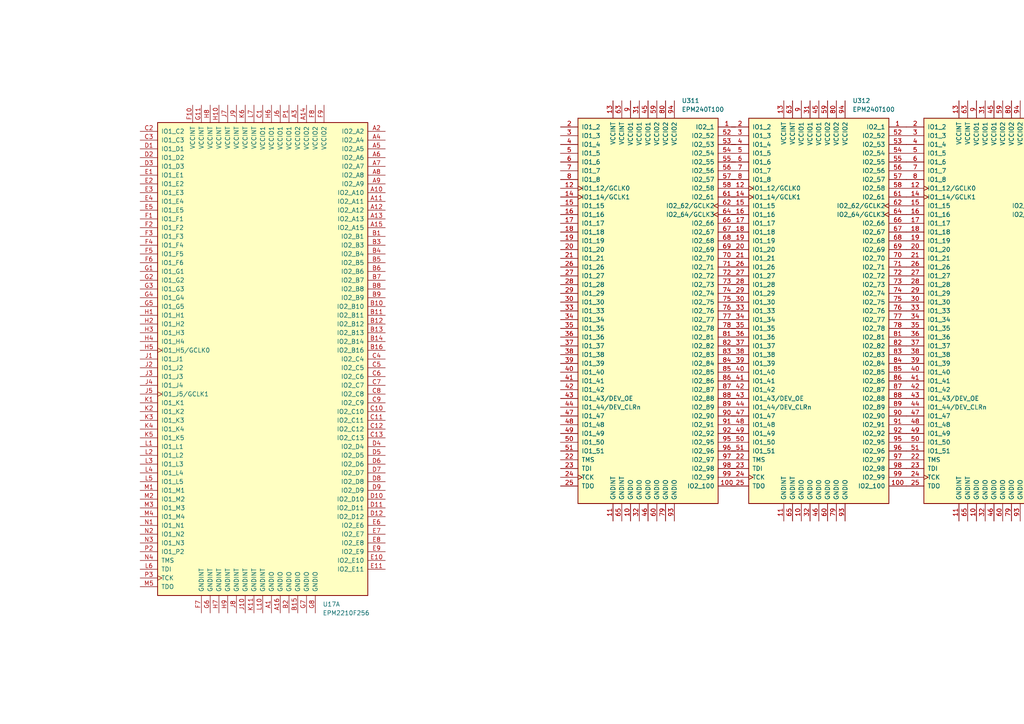
<source format=kicad_sch>
(kicad_sch (version 20250114) (generator "eeschema") (generator_version "9.0")
  (paper "A4")
  (lib_symbols
    (symbol "CPLD_Altera:EPM2210F256" (pin_names (offset 1.016))
      (property "Reference" "U" (at 20.32 69.85 0))
      (property "Value" "EPM2210F256" (at 17.78 -69.85 0))
      (symbol "EPM2210F256_1_1"
        (rectangle (start -30.48 68.58) (end 30.48 -68.58) (stroke (width 0.254)) (fill (type background)))
        (pin bidirectional line (at -35.56 66.04 0) (length 5.08) (name "IO1_C2") (number "C2"))
        (pin bidirectional line (at -35.56 63.5 0) (length 5.08) (name "IO1_C3") (number "C3"))
        (pin bidirectional line (at -35.56 60.96 0) (length 5.08) (name "IO1_D1") (number "D1"))
        (pin bidirectional line (at -35.56 58.42 0) (length 5.08) (name "IO1_D2") (number "D2"))
        (pin bidirectional line (at -35.56 55.88 0) (length 5.08) (name "IO1_D3") (number "D3"))
        (pin bidirectional line (at -35.56 53.34 0) (length 5.08) (name "IO1_E1") (number "E1"))
        (pin bidirectional line (at -35.56 50.8 0) (length 5.08) (name "IO1_E2") (number "E2"))
        (pin bidirectional line (at -35.56 48.26 0) (length 5.08) (name "IO1_E3") (number "E3"))
        (pin bidirectional line (at -35.56 45.72 0) (length 5.08) (name "IO1_E4") (number "E4"))
        (pin bidirectional line (at -35.56 43.18 0) (length 5.08) (name "IO1_E5") (number "E5"))
        (pin bidirectional line (at -35.56 40.64 0) (length 5.08) (name "IO1_F1") (number "F1"))
        (pin bidirectional line (at -35.56 38.1 0) (length 5.08) (name "IO1_F2") (number "F2"))
        (pin bidirectional line (at -35.56 35.56 0) (length 5.08) (name "IO1_F3") (number "F3"))
        (pin bidirectional line (at -35.56 33.02 0) (length 5.08) (name "IO1_F4") (number "F4"))
        (pin bidirectional line (at -35.56 30.48 0) (length 5.08) (name "IO1_F5") (number "F5"))
        (pin bidirectional line (at -35.56 27.94 0) (length 5.08) (name "IO1_F6") (number "F6"))
        (pin bidirectional line (at -35.56 25.4 0) (length 5.08) (name "IO1_G1") (number "G1"))
        (pin bidirectional line (at -35.56 22.86 0) (length 5.08) (name "IO1_G2") (number "G2"))
        (pin bidirectional line (at -35.56 20.32 0) (length 5.08) (name "IO1_G3") (number "G3"))
        (pin bidirectional line (at -35.56 17.78 0) (length 5.08) (name "IO1_G4") (number "G4"))
        (pin bidirectional line (at -35.56 15.24 0) (length 5.08) (name "IO1_G5") (number "G5"))
        (pin bidirectional line (at -35.56 12.7 0) (length 5.08) (name "IO1_H1") (number "H1"))
        (pin bidirectional line (at -35.56 10.16 0) (length 5.08) (name "IO1_H2") (number "H2"))
        (pin bidirectional line (at -35.56 7.62 0) (length 5.08) (name "IO1_H3") (number "H3"))
        (pin bidirectional line (at -35.56 5.08 0) (length 5.08) (name "IO1_H4") (number "H4"))
        (pin bidirectional clock (at -35.56 2.54 0) (length 5.08) (name "IO1_H5/GCLK0") (number "H5"))
        (pin bidirectional line (at -35.56 0 0) (length 5.08) (name "IO1_J1") (number "J1"))
        (pin bidirectional line (at -35.56 -2.54 0) (length 5.08) (name "IO1_J2") (number "J2"))
        (pin bidirectional line (at -35.56 -5.08 0) (length 5.08) (name "IO1_J3") (number "J3"))
        (pin bidirectional line (at -35.56 -7.62 0) (length 5.08) (name "IO1_J4") (number "J4"))
        (pin bidirectional clock (at -35.56 -10.16 0) (length 5.08) (name "IO1_J5/GCLK1") (number "J5"))
        (pin bidirectional line (at -35.56 -12.7 0) (length 5.08) (name "IO1_K1") (number "K1"))
        (pin bidirectional line (at -35.56 -15.24 0) (length 5.08) (name "IO1_K2") (number "K2"))
        (pin bidirectional line (at -35.56 -17.78 0) (length 5.08) (name "IO1_K3") (number "K3"))
        (pin bidirectional line (at -35.56 -20.32 0) (length 5.08) (name "IO1_K4") (number "K4"))
        (pin bidirectional line (at -35.56 -22.86 0) (length 5.08) (name "IO1_K5") (number "K5"))
        (pin bidirectional line (at -35.56 -25.4 0) (length 5.08) (name "IO1_L1") (number "L1"))
        (pin bidirectional line (at -35.56 -27.94 0) (length 5.08) (name "IO1_L2") (number "L2"))
        (pin bidirectional line (at -35.56 -30.48 0) (length 5.08) (name "IO1_L3") (number "L3"))
        (pin bidirectional line (at -35.56 -33.02 0) (length 5.08) (name "IO1_L4") (number "L4"))
        (pin bidirectional line (at -35.56 -35.56 0) (length 5.08) (name "IO1_L5") (number "L5"))
        (pin bidirectional line (at -35.56 -38.1 0) (length 5.08) (name "IO1_M1") (number "M1"))
        (pin bidirectional line (at -35.56 -40.64 0) (length 5.08) (name "IO1_M2") (number "M2"))
        (pin bidirectional line (at -35.56 -43.18 0) (length 5.08) (name "IO1_M3") (number "M3"))
        (pin bidirectional line (at -35.56 -45.72 0) (length 5.08) (name "IO1_M4") (number "M4"))
        (pin bidirectional line (at -35.56 -48.26 0) (length 5.08) (name "IO1_N1") (number "N1"))
        (pin bidirectional line (at -35.56 -50.8 0) (length 5.08) (name "IO1_N2") (number "N2"))
        (pin bidirectional line (at -35.56 -53.34 0) (length 5.08) (name "IO1_N3") (number "N3"))
        (pin bidirectional line (at -35.56 -55.88 0) (length 5.08) (name "IO1_P2") (number "P2"))
        (pin input line (at -35.56 -58.42 0) (length 5.08) (name "TMS") (number "N4"))
        (pin input line (at -35.56 -60.96 0) (length 5.08) (name "TDI") (number "L6"))
        (pin input clock (at -35.56 -63.5 0) (length 5.08) (name "TCK") (number "P3"))
        (pin output line (at -35.56 -66.04 0) (length 5.08) (name "TDO") (number "M5"))
        (pin power_in line (at -20.32 73.66 270) (length 5.08) (name "VCCINT") (number "F10"))
        (pin power_in line (at -17.78 73.66 270) (length 5.08) (name "VCCINT") (number "G11"))
        (pin power_in line (at -17.78 -73.66 90) (length 5.08) (name "GNDINT") (number "F7"))
        (pin power_in line (at -15.24 73.66 270) (length 5.08) (name "VCCINT") (number "H8"))
        (pin power_in line (at -15.24 -73.66 90) (length 5.08) (name "GNDINT") (number "G6"))
        (pin power_in line (at -12.7 73.66 270) (length 5.08) (name "VCCINT") (number "H10"))
        (pin power_in line (at -12.7 -73.66 90) (length 5.08) (name "GNDINT") (number "H7"))
        (pin power_in line (at -10.16 73.66 270) (length 5.08) (name "VCCINT") (number "J7"))
        (pin power_in line (at -10.16 -73.66 90) (length 5.08) (name "GNDINT") (number "H9"))
        (pin power_in line (at -7.62 73.66 270) (length 5.08) (name "VCCINT") (number "J9"))
        (pin power_in line (at -7.62 -73.66 90) (length 5.08) (name "GNDINT") (number "J8"))
        (pin power_in line (at -5.08 73.66 270) (length 5.08) (name "VCCINT") (number "K6"))
        (pin power_in line (at -5.08 -73.66 90) (length 5.08) (name "GNDINT") (number "J10"))
        (pin power_in line (at -2.54 73.66 270) (length 5.08) (name "VCCINT") (number "L7"))
        (pin power_in line (at -2.54 -73.66 90) (length 5.08) (name "GNDINT") (number "K11"))
        (pin power_in line (at 0 73.66 270) (length 5.08) (name "VCCIO1") (number "C1"))
        (pin power_in line (at 0 -73.66 90) (length 5.08) (name "GNDINT") (number "L10"))
        (pin power_in line (at 2.54 73.66 270) (length 5.08) (name "VCCIO1") (number "H6"))
        (pin power_in line (at 2.54 -73.66 90) (length 5.08) (name "GNDIO") (number "A1"))
        (pin power_in line (at 5.08 73.66 270) (length 5.08) (name "VCCIO1") (number "J6"))
        (pin power_in line (at 5.08 -73.66 90) (length 5.08) (name "GNDIO") (number "A16"))
        (pin power_in line (at 7.62 73.66 270) (length 5.08) (name "VCCIO1") (number "P1"))
        (pin power_in line (at 7.62 -73.66 90) (length 5.08) (name "GNDIO") (number "B2"))
        (pin power_in line (at 10.16 73.66 270) (length 5.08) (name "VCCIO2") (number "A3"))
        (pin power_in line (at 10.16 -73.66 90) (length 5.08) (name "GNDIO") (number "B15"))
        (pin power_in line (at 12.7 73.66 270) (length 5.08) (name "VCCIO2") (number "A14"))
        (pin power_in line (at 12.7 -73.66 90) (length 5.08) (name "GNDIO") (number "G7"))
        (pin power_in line (at 15.24 73.66 270) (length 5.08) (name "VCCIO2") (number "F8"))
        (pin power_in line (at 15.24 -73.66 90) (length 5.08) (name "GNDIO") (number "G8"))
        (pin power_in line (at 17.78 73.66 270) (length 5.08) (name "VCCIO2") (number "F9"))
        (pin bidirectional line (at 35.56 66.04 180) (length 5.08) (name "IO2_A2") (number "A2"))
        (pin bidirectional line (at 35.56 63.5 180) (length 5.08) (name "IO2_A4") (number "A4"))
        (pin bidirectional line (at 35.56 60.96 180) (length 5.08) (name "IO2_A5") (number "A5"))
        (pin bidirectional line (at 35.56 58.42 180) (length 5.08) (name "IO2_A6") (number "A6"))
        (pin bidirectional line (at 35.56 55.88 180) (length 5.08) (name "IO2_A7") (number "A7"))
        (pin bidirectional line (at 35.56 53.34 180) (length 5.08) (name "IO2_A8") (number "A8"))
        (pin bidirectional line (at 35.56 50.8 180) (length 5.08) (name "IO2_A9") (number "A9"))
        (pin bidirectional line (at 35.56 48.26 180) (length 5.08) (name "IO2_A10") (number "A10"))
        (pin bidirectional line (at 35.56 45.72 180) (length 5.08) (name "IO2_A11") (number "A11"))
        (pin bidirectional line (at 35.56 43.18 180) (length 5.08) (name "IO2_A12") (number "A12"))
        (pin bidirectional line (at 35.56 40.64 180) (length 5.08) (name "IO2_A13") (number "A13"))
        (pin bidirectional line (at 35.56 38.1 180) (length 5.08) (name "IO2_A15") (number "A15"))
        (pin bidirectional line (at 35.56 35.56 180) (length 5.08) (name "IO2_B1") (number "B1"))
        (pin bidirectional line (at 35.56 33.02 180) (length 5.08) (name "IO2_B3") (number "B3"))
        (pin bidirectional line (at 35.56 30.48 180) (length 5.08) (name "IO2_B4") (number "B4"))
        (pin bidirectional line (at 35.56 27.94 180) (length 5.08) (name "IO2_B5") (number "B5"))
        (pin bidirectional line (at 35.56 25.4 180) (length 5.08) (name "IO2_B6") (number "B6"))
        (pin bidirectional line (at 35.56 22.86 180) (length 5.08) (name "IO2_B7") (number "B7"))
        (pin bidirectional line (at 35.56 20.32 180) (length 5.08) (name "IO2_B8") (number "B8"))
        (pin bidirectional line (at 35.56 17.78 180) (length 5.08) (name "IO2_B9") (number "B9"))
        (pin bidirectional line (at 35.56 15.24 180) (length 5.08) (name "IO2_B10") (number "B10"))
        (pin bidirectional line (at 35.56 12.7 180) (length 5.08) (name "IO2_B11") (number "B11"))
        (pin bidirectional line (at 35.56 10.16 180) (length 5.08) (name "IO2_B12") (number "B12"))
        (pin bidirectional line (at 35.56 7.62 180) (length 5.08) (name "IO2_B13") (number "B13"))
        (pin bidirectional line (at 35.56 5.08 180) (length 5.08) (name "IO2_B14") (number "B14"))
        (pin bidirectional line (at 35.56 2.54 180) (length 5.08) (name "IO2_B16") (number "B16"))
        (pin bidirectional line (at 35.56 0 180) (length 5.08) (name "IO2_C4") (number "C4"))
        (pin bidirectional line (at 35.56 -2.54 180) (length 5.08) (name "IO2_C5") (number "C5"))
        (pin bidirectional line (at 35.56 -5.08 180) (length 5.08) (name "IO2_C6") (number "C6"))
        (pin bidirectional line (at 35.56 -7.62 180) (length 5.08) (name "IO2_C7") (number "C7"))
        (pin bidirectional line (at 35.56 -10.16 180) (length 5.08) (name "IO2_C8") (number "C8"))
        (pin bidirectional line (at 35.56 -12.7 180) (length 5.08) (name "IO2_C9") (number "C9"))
        (pin bidirectional line (at 35.56 -15.24 180) (length 5.08) (name "IO2_C10") (number "C10"))
        (pin bidirectional line (at 35.56 -17.78 180) (length 5.08) (name "IO2_C11") (number "C11"))
        (pin bidirectional line (at 35.56 -20.32 180) (length 5.08) (name "IO2_C12") (number "C12"))
        (pin bidirectional line (at 35.56 -22.86 180) (length 5.08) (name "IO2_C13") (number "C13"))
        (pin bidirectional line (at 35.56 -25.4 180) (length 5.08) (name "IO2_D4") (number "D4"))
        (pin bidirectional line (at 35.56 -27.94 180) (length 5.08) (name "IO2_D5") (number "D5"))
        (pin bidirectional line (at 35.56 -30.48 180) (length 5.08) (name "IO2_D6") (number "D6"))
        (pin bidirectional line (at 35.56 -33.02 180) (length 5.08) (name "IO2_D7") (number "D7"))
        (pin bidirectional line (at 35.56 -35.56 180) (length 5.08) (name "IO2_D8") (number "D8"))
        (pin bidirectional line (at 35.56 -38.1 180) (length 5.08) (name "IO2_D9") (number "D9"))
        (pin bidirectional line (at 35.56 -40.64 180) (length 5.08) (name "IO2_D10") (number "D10"))
        (pin bidirectional line (at 35.56 -43.18 180) (length 5.08) (name "IO2_D11") (number "D11"))
        (pin bidirectional line (at 35.56 -45.72 180) (length 5.08) (name "IO2_D12") (number "D12"))
        (pin bidirectional line (at 35.56 -48.26 180) (length 5.08) (name "IO2_E6") (number "E6"))
        (pin bidirectional line (at 35.56 -50.8 180) (length 5.08) (name "IO2_E7") (number "E7"))
        (pin bidirectional line (at 35.56 -53.34 180) (length 5.08) (name "IO2_E8") (number "E8"))
        (pin bidirectional line (at 35.56 -55.88 180) (length 5.08) (name "IO2_E9") (number "E9"))
        (pin bidirectional line (at 35.56 -58.42 180) (length 5.08) (name "IO2_E10") (number "E10"))
        (pin bidirectional line (at 35.56 -60.96 180) (length 5.08) (name "IO2_E11") (number "E11"))
      )
      (symbol "EPM2210F256_2_1"
        (rectangle (start -30.48 68.58) (end 30.48 -68.58) (stroke (width 0.254)) (fill (type background)))
        (pin bidirectional line (at -35.56 66.04 0) (length 5.08) (name "IO3_C14") (number "C14"))
        (pin bidirectional line (at -35.56 63.5 0) (length 5.08) (name "IO3_C15") (number "C15"))
        (pin bidirectional line (at -35.56 60.96 0) (length 5.08) (name "IO3_D13") (number "D13"))
        (pin bidirectional line (at -35.56 58.42 0) (length 5.08) (name "IO3_D14") (number "D14"))
        (pin bidirectional line (at -35.56 55.88 0) (length 5.08) (name "IO3_D15") (number "D15"))
        (pin bidirectional line (at -35.56 53.34 0) (length 5.08) (name "IO3_D16") (number "D16"))
        (pin bidirectional line (at -35.56 50.8 0) (length 5.08) (name "IO3_E12") (number "E12"))
        (pin bidirectional line (at -35.56 48.26 0) (length 5.08) (name "IO3_E13") (number "E13"))
        (pin bidirectional line (at -35.56 45.72 0) (length 5.08) (name "IO3_E14") (number "E14"))
        (pin bidirectional line (at -35.56 43.18 0) (length 5.08) (name "IO3_E15") (number "E15"))
        (pin bidirectional line (at -35.56 40.64 0) (length 5.08) (name "IO3_E16") (number "E16"))
        (pin bidirectional line (at -35.56 38.1 0) (length 5.08) (name "IO3_F11") (number "F11"))
        (pin bidirectional line (at -35.56 35.56 0) (length 5.08) (name "IO3_F12") (number "F12"))
        (pin bidirectional line (at -35.56 33.02 0) (length 5.08) (name "IO3_F13") (number "F13"))
        (pin bidirectional line (at -35.56 30.48 0) (length 5.08) (name "IO3_F14") (number "F14"))
        (pin bidirectional line (at -35.56 27.94 0) (length 5.08) (name "IO3_F15") (number "F15"))
        (pin bidirectional line (at -35.56 25.4 0) (length 5.08) (name "IO3_F16") (number "F16"))
        (pin bidirectional line (at -35.56 22.86 0) (length 5.08) (name "IO3_G12") (number "G12"))
        (pin bidirectional line (at -35.56 20.32 0) (length 5.08) (name "IO3_G13") (number "G13"))
        (pin bidirectional line (at -35.56 17.78 0) (length 5.08) (name "IO3_G14") (number "G14"))
        (pin bidirectional line (at -35.56 15.24 0) (length 5.08) (name "IO3_G15") (number "G15"))
        (pin bidirectional line (at -35.56 12.7 0) (length 5.08) (name "IO3_G16") (number "G16"))
        (pin bidirectional clock (at -35.56 10.16 0) (length 5.08) (name "IO3_H12/GCLK3") (number "H12"))
        (pin bidirectional line (at -35.56 7.62 0) (length 5.08) (name "IO3_H13") (number "H13"))
        (pin bidirectional line (at -35.56 5.08 0) (length 5.08) (name "IO3_H14") (number "H14"))
        (pin bidirectional line (at -35.56 2.54 0) (length 5.08) (name "IO3_H15") (number "H15"))
        (pin bidirectional line (at -35.56 0 0) (length 5.08) (name "IO3_H16") (number "H16"))
        (pin bidirectional clock (at -35.56 -2.54 0) (length 5.08) (name "IO3_J12/GCLK2") (number "J12"))
        (pin bidirectional line (at -35.56 -5.08 0) (length 5.08) (name "IO3_J13") (number "J13"))
        (pin bidirectional line (at -35.56 -7.62 0) (length 5.08) (name "IO3_J14") (number "J14"))
        (pin bidirectional line (at -35.56 -10.16 0) (length 5.08) (name "IO3_J15") (number "J15"))
        (pin bidirectional line (at -35.56 -12.7 0) (length 5.08) (name "IO3_J16") (number "J16"))
        (pin bidirectional line (at -35.56 -15.24 0) (length 5.08) (name "IO3_K12") (number "K12"))
        (pin bidirectional line (at -35.56 -17.78 0) (length 5.08) (name "IO3_K13") (number "K13"))
        (pin bidirectional line (at -35.56 -20.32 0) (length 5.08) (name "IO3_K14") (number "K14"))
        (pin bidirectional line (at -35.56 -22.86 0) (length 5.08) (name "IO3_K15") (number "K15"))
        (pin bidirectional line (at -35.56 -25.4 0) (length 5.08) (name "IO3_K16") (number "K16"))
        (pin bidirectional line (at -35.56 -27.94 0) (length 5.08) (name "IO3_L11") (number "L11"))
        (pin bidirectional line (at -35.56 -30.48 0) (length 5.08) (name "IO3_L12") (number "L12"))
        (pin bidirectional line (at -35.56 -33.02 0) (length 5.08) (name "IO3_L13") (number "L13"))
        (pin bidirectional line (at -35.56 -35.56 0) (length 5.08) (name "IO3_L14") (number "L14"))
        (pin bidirectional line (at -35.56 -38.1 0) (length 5.08) (name "IO3_L15") (number "L15"))
        (pin bidirectional line (at -35.56 -40.64 0) (length 5.08) (name "IO3_L16") (number "L16"))
        (pin bidirectional line (at -35.56 -43.18 0) (length 5.08) (name "IO3_M13") (number "M13"))
        (pin bidirectional line (at -35.56 -45.72 0) (length 5.08) (name "IO3_M14") (number "M14"))
        (pin bidirectional line (at -35.56 -48.26 0) (length 5.08) (name "IO3_M15") (number "M15"))
        (pin bidirectional line (at -35.56 -50.8 0) (length 5.08) (name "IO3_M16") (number "M16"))
        (pin bidirectional line (at -35.56 -53.34 0) (length 5.08) (name "IO3_N13") (number "N13"))
        (pin bidirectional line (at -35.56 -55.88 0) (length 5.08) (name "IO3_N14") (number "N14"))
        (pin bidirectional line (at -35.56 -58.42 0) (length 5.08) (name "IO3_N15") (number "N15"))
        (pin bidirectional line (at -35.56 -60.96 0) (length 5.08) (name "IO3_N16") (number "N16"))
        (pin bidirectional line (at -35.56 -63.5 0) (length 5.08) (name "IO3_P14") (number "P14"))
        (pin bidirectional line (at -35.56 -66.04 0) (length 5.08) (name "IO3_P15") (number "P15"))
        (pin power_in line (at -12.7 -73.66 90) (length 5.08) (name "GNDIO") (number "G9"))
        (pin power_in line (at -10.16 73.66 270) (length 5.08) (name "VCCIO3") (number "C16"))
        (pin power_in line (at -10.16 -73.66 90) (length 5.08) (name "GNDIO") (number "G10"))
        (pin power_in line (at -7.62 73.66 270) (length 5.08) (name "VCCIO3") (number "H11"))
        (pin power_in line (at -7.62 -73.66 90) (length 5.08) (name "GNDIO") (number "K7"))
        (pin power_in line (at -5.08 73.66 270) (length 5.08) (name "VCCIO3") (number "J11"))
        (pin power_in line (at -5.08 -73.66 90) (length 5.08) (name "GNDIO") (number "K8"))
        (pin power_in line (at -2.54 73.66 270) (length 5.08) (name "VCCIO3") (number "P16"))
        (pin power_in line (at -2.54 -73.66 90) (length 5.08) (name "GNDIO") (number "K9"))
        (pin power_in line (at 0 73.66 270) (length 5.08) (name "VCCIO4") (number "L8"))
        (pin power_in line (at 0 -73.66 90) (length 5.08) (name "GNDIO") (number "K10"))
        (pin power_in line (at 2.54 73.66 270) (length 5.08) (name "VCCIO4") (number "L9"))
        (pin power_in line (at 2.54 -73.66 90) (length 5.08) (name "GNDIO") (number "R2"))
        (pin power_in line (at 5.08 73.66 270) (length 5.08) (name "VCCIO4") (number "T3"))
        (pin power_in line (at 5.08 -73.66 90) (length 5.08) (name "GNDIO") (number "R15"))
        (pin power_in line (at 7.62 73.66 270) (length 5.08) (name "VCCIO4") (number "T14"))
        (pin power_in line (at 7.62 -73.66 90) (length 5.08) (name "GNDIO") (number "T1"))
        (pin power_in line (at 10.16 -73.66 90) (length 5.08) (name "GNDIO") (number "T16"))
        (pin bidirectional line (at 35.56 66.04 180) (length 5.08) (name "IO4_M6") (number "M6"))
        (pin bidirectional line (at 35.56 63.5 180) (length 5.08) (name "IO4_M7") (number "M7"))
        (pin bidirectional line (at 35.56 60.96 180) (length 5.08) (name "IO4_M8/DEV_OE") (number "M8"))
        (pin bidirectional line (at 35.56 58.42 180) (length 5.08) (name "IO4_M9/DEV_CLRn") (number "M9"))
        (pin bidirectional line (at 35.56 55.88 180) (length 5.08) (name "IO4_M10") (number "M10"))
        (pin bidirectional line (at 35.56 53.34 180) (length 5.08) (name "IO4_M11") (number "M11"))
        (pin bidirectional line (at 35.56 50.8 180) (length 5.08) (name "IO4_M12") (number "M12"))
        (pin bidirectional line (at 35.56 48.26 180) (length 5.08) (name "IO4_N5") (number "N5"))
        (pin bidirectional line (at 35.56 45.72 180) (length 5.08) (name "IO4_N6") (number "N6"))
        (pin bidirectional line (at 35.56 43.18 180) (length 5.08) (name "IO4_N7") (number "N7"))
        (pin bidirectional line (at 35.56 40.64 180) (length 5.08) (name "IO4_N8") (number "N8"))
        (pin bidirectional line (at 35.56 38.1 180) (length 5.08) (name "IO4_N9") (number "N9"))
        (pin bidirectional line (at 35.56 35.56 180) (length 5.08) (name "IO4_N10") (number "N10"))
        (pin bidirectional line (at 35.56 33.02 180) (length 5.08) (name "IO4_N11") (number "N11"))
        (pin bidirectional line (at 35.56 30.48 180) (length 5.08) (name "IO4_N12") (number "N12"))
        (pin bidirectional line (at 35.56 27.94 180) (length 5.08) (name "IO4_P4") (number "P4"))
        (pin bidirectional line (at 35.56 25.4 180) (length 5.08) (name "IO4_P5") (number "P5"))
        (pin bidirectional line (at 35.56 22.86 180) (length 5.08) (name "IO4_P6") (number "P6"))
        (pin bidirectional line (at 35.56 20.32 180) (length 5.08) (name "IO4_P7") (number "P7"))
        (pin bidirectional line (at 35.56 17.78 180) (length 5.08) (name "IO4_P8") (number "P8"))
        (pin bidirectional line (at 35.56 15.24 180) (length 5.08) (name "IO4_P9") (number "P9"))
        (pin bidirectional line (at 35.56 12.7 180) (length 5.08) (name "IO4_P10") (number "P10"))
        (pin bidirectional line (at 35.56 10.16 180) (length 5.08) (name "IO4_P11") (number "P11"))
        (pin bidirectional line (at 35.56 7.62 180) (length 5.08) (name "IO4_P12") (number "P12"))
        (pin bidirectional line (at 35.56 5.08 180) (length 5.08) (name "IO4_P13") (number "P13"))
        (pin bidirectional line (at 35.56 2.54 180) (length 5.08) (name "IO4_R1") (number "R1"))
        (pin bidirectional line (at 35.56 0 180) (length 5.08) (name "IO4_R3") (number "R3"))
        (pin bidirectional line (at 35.56 -2.54 180) (length 5.08) (name "IO4_R4") (number "R4"))
        (pin bidirectional line (at 35.56 -5.08 180) (length 5.08) (name "IO4_R5") (number "R5"))
        (pin bidirectional line (at 35.56 -7.62 180) (length 5.08) (name "IO4_R6") (number "R6"))
        (pin bidirectional line (at 35.56 -10.16 180) (length 5.08) (name "IO4_R7") (number "R7"))
        (pin bidirectional line (at 35.56 -12.7 180) (length 5.08) (name "IO4_R8") (number "R8"))
        (pin bidirectional line (at 35.56 -15.24 180) (length 5.08) (name "IO4_R9") (number "R9"))
        (pin bidirectional line (at 35.56 -17.78 180) (length 5.08) (name "IO4_R10") (number "R10"))
        (pin bidirectional line (at 35.56 -20.32 180) (length 5.08) (name "IO4_R11") (number "R11"))
        (pin bidirectional line (at 35.56 -22.86 180) (length 5.08) (name "IO4_R12") (number "R12"))
        (pin bidirectional line (at 35.56 -25.4 180) (length 5.08) (name "IO4_R13") (number "R13"))
        (pin bidirectional line (at 35.56 -27.94 180) (length 5.08) (name "IO4_R14") (number "R14"))
        (pin bidirectional line (at 35.56 -30.48 180) (length 5.08) (name "IO4_R16") (number "R16"))
        (pin bidirectional line (at 35.56 -33.02 180) (length 5.08) (name "IO4_T2") (number "T2"))
        (pin bidirectional line (at 35.56 -35.56 180) (length 5.08) (name "IO4_T4") (number "T4"))
        (pin bidirectional line (at 35.56 -38.1 180) (length 5.08) (name "IO4_T5") (number "T5"))
        (pin bidirectional line (at 35.56 -40.64 180) (length 5.08) (name "IO4_T6") (number "T6"))
        (pin bidirectional line (at 35.56 -43.18 180) (length 5.08) (name "IO4_T7") (number "T7"))
        (pin bidirectional line (at 35.56 -45.72 180) (length 5.08) (name "IO4_T8") (number "T8"))
        (pin bidirectional line (at 35.56 -48.26 180) (length 5.08) (name "IO4_T9") (number "T9"))
        (pin bidirectional line (at 35.56 -50.8 180) (length 5.08) (name "IO4_T10") (number "T10"))
        (pin bidirectional line (at 35.56 -53.34 180) (length 5.08) (name "IO4_T11") (number "T11"))
        (pin bidirectional line (at 35.56 -55.88 180) (length 5.08) (name "IO4_T12") (number "T12"))
        (pin bidirectional line (at 35.56 -58.42 180) (length 5.08) (name "IO4_T13") (number "T13"))
        (pin bidirectional line (at 35.56 -60.96 180) (length 5.08) (name "IO4_T15") (number "T15"))
      )
    )
    (symbol "CPLD_Altera:EPM240T100" (pin_names (offset 1.016))
      (property "Reference" "U" (at 10.16 57.15 0))
      (property "Value" "EPM240T100" (at 10.16 -57.15 0))
      (symbol "EPM240T100_1_1"
        (rectangle (start -20.32 55.88) (end 20.32 -55.88) (stroke (width 0.254)) (fill (type background)))
        (pin bidirectional line (at -25.4 53.34 0) (length 5.08) (name "IO1_2") (number "2"))
        (pin bidirectional line (at -25.4 50.8 0) (length 5.08) (name "IO1_3") (number "3"))
        (pin bidirectional line (at -25.4 48.26 0) (length 5.08) (name "IO1_4") (number "4"))
        (pin bidirectional line (at -25.4 45.72 0) (length 5.08) (name "IO1_5") (number "5"))
        (pin bidirectional line (at -25.4 43.18 0) (length 5.08) (name "IO1_6") (number "6"))
        (pin bidirectional line (at -25.4 40.64 0) (length 5.08) (name "IO1_7") (number "7"))
        (pin bidirectional line (at -25.4 38.1 0) (length 5.08) (name "IO1_8") (number "8"))
        (pin bidirectional clock (at -25.4 35.56 0) (length 5.08) (name "IO1_12/GCLK0") (number "12"))
        (pin bidirectional clock (at -25.4 33.02 0) (length 5.08) (name "IO1_14/GCLK1") (number "14"))
        (pin bidirectional line (at -25.4 30.48 0) (length 5.08) (name "IO1_15") (number "15"))
        (pin bidirectional line (at -25.4 27.94 0) (length 5.08) (name "IO1_16") (number "16"))
        (pin bidirectional line (at -25.4 25.4 0) (length 5.08) (name "IO1_17") (number "17"))
        (pin bidirectional line (at -25.4 22.86 0) (length 5.08) (name "IO1_18") (number "18"))
        (pin bidirectional line (at -25.4 20.32 0) (length 5.08) (name "IO1_19") (number "19"))
        (pin bidirectional line (at -25.4 17.78 0) (length 5.08) (name "IO1_20") (number "20"))
        (pin bidirectional line (at -25.4 15.24 0) (length 5.08) (name "IO1_21") (number "21"))
        (pin bidirectional line (at -25.4 12.7 0) (length 5.08) (name "IO1_26") (number "26"))
        (pin bidirectional line (at -25.4 10.16 0) (length 5.08) (name "IO1_27") (number "27"))
        (pin bidirectional line (at -25.4 7.62 0) (length 5.08) (name "IO1_28") (number "28"))
        (pin bidirectional line (at -25.4 5.08 0) (length 5.08) (name "IO1_29") (number "29"))
        (pin bidirectional line (at -25.4 2.54 0) (length 5.08) (name "IO1_30") (number "30"))
        (pin bidirectional line (at -25.4 0 0) (length 5.08) (name "IO1_33") (number "33"))
        (pin bidirectional line (at -25.4 -2.54 0) (length 5.08) (name "IO1_34") (number "34"))
        (pin bidirectional line (at -25.4 -5.08 0) (length 5.08) (name "IO1_35") (number "35"))
        (pin bidirectional line (at -25.4 -7.62 0) (length 5.08) (name "IO1_36") (number "36"))
        (pin bidirectional line (at -25.4 -10.16 0) (length 5.08) (name "IO1_37") (number "37"))
        (pin bidirectional line (at -25.4 -12.7 0) (length 5.08) (name "IO1_38") (number "38"))
        (pin bidirectional line (at -25.4 -15.24 0) (length 5.08) (name "IO1_39") (number "39"))
        (pin bidirectional line (at -25.4 -17.78 0) (length 5.08) (name "IO1_40") (number "40"))
        (pin bidirectional line (at -25.4 -20.32 0) (length 5.08) (name "IO1_41") (number "41"))
        (pin bidirectional line (at -25.4 -22.86 0) (length 5.08) (name "IO1_42") (number "42"))
        (pin bidirectional line (at -25.4 -25.4 0) (length 5.08) (name "IO1_43/DEV_OE") (number "43"))
        (pin bidirectional line (at -25.4 -27.94 0) (length 5.08) (name "IO1_44/DEV_CLRn") (number "44"))
        (pin bidirectional line (at -25.4 -30.48 0) (length 5.08) (name "IO1_47") (number "47"))
        (pin bidirectional line (at -25.4 -33.02 0) (length 5.08) (name "IO1_48") (number "48"))
        (pin bidirectional line (at -25.4 -35.56 0) (length 5.08) (name "IO1_49") (number "49"))
        (pin bidirectional line (at -25.4 -38.1 0) (length 5.08) (name "IO1_50") (number "50"))
        (pin bidirectional line (at -25.4 -40.64 0) (length 5.08) (name "IO1_51") (number "51"))
        (pin input line (at -25.4 -43.18 0) (length 5.08) (name "TMS") (number "22"))
        (pin input line (at -25.4 -45.72 0) (length 5.08) (name "TDI") (number "23"))
        (pin input clock (at -25.4 -48.26 0) (length 5.08) (name "TCK") (number "24"))
        (pin output line (at -25.4 -50.8 0) (length 5.08) (name "TDO") (number "25"))
        (pin power_in line (at -10.16 60.96 270) (length 5.08) (name "VCCINT") (number "13"))
        (pin power_in line (at -10.16 -60.96 90) (length 5.08) (name "GNDINT") (number "11"))
        (pin power_in line (at -7.62 60.96 270) (length 5.08) (name "VCCINT") (number "63"))
        (pin power_in line (at -7.62 -60.96 90) (length 5.08) (name "GNDINT") (number "65"))
        (pin power_in line (at -5.08 60.96 270) (length 5.08) (name "VCCIO1") (number "9"))
        (pin power_in line (at -5.08 -60.96 90) (length 5.08) (name "GNDIO") (number "10"))
        (pin power_in line (at -2.54 60.96 270) (length 5.08) (name "VCCIO1") (number "31"))
        (pin power_in line (at -2.54 -60.96 90) (length 5.08) (name "GNDIO") (number "32"))
        (pin power_in line (at 0 60.96 270) (length 5.08) (name "VCCIO1") (number "45"))
        (pin power_in line (at 0 -60.96 90) (length 5.08) (name "GNDIO") (number "46"))
        (pin power_in line (at 2.54 60.96 270) (length 5.08) (name "VCCIO2") (number "59"))
        (pin power_in line (at 2.54 -60.96 90) (length 5.08) (name "GNDIO") (number "60"))
        (pin power_in line (at 5.08 60.96 270) (length 5.08) (name "VCCIO2") (number "80"))
        (pin power_in line (at 5.08 -60.96 90) (length 5.08) (name "GNDIO") (number "79"))
        (pin power_in line (at 7.62 60.96 270) (length 5.08) (name "VCCIO2") (number "94"))
        (pin power_in line (at 7.62 -60.96 90) (length 5.08) (name "GNDIO") (number "93"))
        (pin bidirectional line (at 25.4 53.34 180) (length 5.08) (name "IO2_1") (number "1"))
        (pin bidirectional line (at 25.4 50.8 180) (length 5.08) (name "IO2_52") (number "52"))
        (pin bidirectional line (at 25.4 48.26 180) (length 5.08) (name "IO2_53") (number "53"))
        (pin bidirectional line (at 25.4 45.72 180) (length 5.08) (name "IO2_54") (number "54"))
        (pin bidirectional line (at 25.4 43.18 180) (length 5.08) (name "IO2_55") (number "55"))
        (pin bidirectional line (at 25.4 40.64 180) (length 5.08) (name "IO2_56") (number "56"))
        (pin bidirectional line (at 25.4 38.1 180) (length 5.08) (name "IO2_57") (number "57"))
        (pin bidirectional line (at 25.4 35.56 180) (length 5.08) (name "IO2_58") (number "58"))
        (pin bidirectional line (at 25.4 33.02 180) (length 5.08) (name "IO2_61") (number "61"))
        (pin bidirectional clock (at 25.4 30.48 180) (length 5.08) (name "IO2_62/GCLK2") (number "62"))
        (pin bidirectional clock (at 25.4 27.94 180) (length 5.08) (name "IO2_64/GCLK3") (number "64"))
        (pin bidirectional line (at 25.4 25.4 180) (length 5.08) (name "IO2_66") (number "66"))
        (pin bidirectional line (at 25.4 22.86 180) (length 5.08) (name "IO2_67") (number "67"))
        (pin bidirectional line (at 25.4 20.32 180) (length 5.08) (name "IO2_68") (number "68"))
        (pin bidirectional line (at 25.4 17.78 180) (length 5.08) (name "IO2_69") (number "69"))
        (pin bidirectional line (at 25.4 15.24 180) (length 5.08) (name "IO2_70") (number "70"))
        (pin bidirectional line (at 25.4 12.7 180) (length 5.08) (name "IO2_71") (number "71"))
        (pin bidirectional line (at 25.4 10.16 180) (length 5.08) (name "IO2_72") (number "72"))
        (pin bidirectional line (at 25.4 7.62 180) (length 5.08) (name "IO2_73") (number "73"))
        (pin bidirectional line (at 25.4 5.08 180) (length 5.08) (name "IO2_74") (number "74"))
        (pin bidirectional line (at 25.4 2.54 180) (length 5.08) (name "IO2_75") (number "75"))
        (pin bidirectional line (at 25.4 0 180) (length 5.08) (name "IO2_76") (number "76"))
        (pin bidirectional line (at 25.4 -2.54 180) (length 5.08) (name "IO2_77") (number "77"))
        (pin bidirectional line (at 25.4 -5.08 180) (length 5.08) (name "IO2_78") (number "78"))
        (pin bidirectional line (at 25.4 -7.62 180) (length 5.08) (name "IO2_81") (number "81"))
        (pin bidirectional line (at 25.4 -10.16 180) (length 5.08) (name "IO2_82") (number "82"))
        (pin bidirectional line (at 25.4 -12.7 180) (length 5.08) (name "IO2_83") (number "83"))
        (pin bidirectional line (at 25.4 -15.24 180) (length 5.08) (name "IO2_84") (number "84"))
        (pin bidirectional line (at 25.4 -17.78 180) (length 5.08) (name "IO2_85") (number "85"))
        (pin bidirectional line (at 25.4 -20.32 180) (length 5.08) (name "IO2_86") (number "86"))
        (pin bidirectional line (at 25.4 -22.86 180) (length 5.08) (name "IO2_87") (number "87"))
        (pin bidirectional line (at 25.4 -25.4 180) (length 5.08) (name "IO2_88") (number "88"))
        (pin bidirectional line (at 25.4 -27.94 180) (length 5.08) (name "IO2_89") (number "89"))
        (pin bidirectional line (at 25.4 -30.48 180) (length 5.08) (name "IO2_90") (number "90"))
        (pin bidirectional line (at 25.4 -33.02 180) (length 5.08) (name "IO2_91") (number "91"))
        (pin bidirectional line (at 25.4 -35.56 180) (length 5.08) (name "IO2_92") (number "92"))
        (pin bidirectional line (at 25.4 -38.1 180) (length 5.08) (name "IO2_95") (number "95"))
        (pin bidirectional line (at 25.4 -40.64 180) (length 5.08) (name "IO2_96") (number "96"))
        (pin bidirectional line (at 25.4 -43.18 180) (length 5.08) (name "IO2_97") (number "97"))
        (pin bidirectional line (at 25.4 -45.72 180) (length 5.08) (name "IO2_98") (number "98"))
        (pin bidirectional line (at 25.4 -48.26 180) (length 5.08) (name "IO2_99") (number "99"))
        (pin bidirectional line (at 25.4 -50.8 180) (length 5.08) (name "IO2_100") (number "100"))
      )
    )
  )
  (symbol (lib_id "CPLD_Altera:EPM240T100") (at 288.29 90.17 0) (unit 1)
    (property "Reference" "U313" (at 298.0533 29.21 0) (effects (justify left)))
    (property "Value" "EPM240T100" (at 298.0533 31.75 0) (effects (justify left)))
    (property "Footprint" "Package_QFP:LQFP-100_14x14mm_P0.5mm" (effects (hide yes)))
    (property "Datasheet" "https://www.altera.com/content/dam/altera-www/global/en_US/pdfs/literature/hb/max2/max2_mii5v1.pdf" (effects (hide yes)))
    (property "Description" "Altera MAX2 CPLD with 240 LE" (effects (hide yes)))
  )
  (symbol (lib_id "CPLD_Altera:EPM240T100") (at 339.09 90.17 0) (unit 1)
    (property "Reference" "U314" (at 348.8533 29.21 0) (effects (justify left)))
    (property "Value" "EPM240T100" (at 348.8533 31.75 0) (effects (justify left)))
    (property "Footprint" "Package_QFP:LQFP-100_14x14mm_P0.5mm" (effects (hide yes)))
    (property "Datasheet" "https://www.altera.com/content/dam/altera-www/global/en_US/pdfs/literature/hb/max2/max2_mii5v1.pdf" (effects (hide yes)))
    (property "Description" "Altera MAX2 CPLD with 240 LE" (effects (hide yes)))
  )
  (symbol (lib_id "CPLD_Altera:EPM240T100") (at 237.49 90.17 0) (unit 1)
    (property "Reference" "U312" (at 247.2533 29.21 0) (effects (justify left)))
    (property "Value" "EPM240T100" (at 247.2533 31.75 0) (effects (justify left)))
    (property "Footprint" "Package_QFP:LQFP-100_14x14mm_P0.5mm" (effects (hide yes)))
    (property "Datasheet" "https://www.altera.com/content/dam/altera-www/global/en_US/pdfs/literature/hb/max2/max2_mii5v1.pdf" (effects (hide yes)))
    (property "Description" "Altera MAX2 CPLD with 240 LE" (effects (hide yes)))
  )
  (symbol (lib_id "CPLD_Altera:EPM240T100") (at 389.89 90.17 0) (unit 1)
    (property "Reference" "U315" (at 399.6533 29.21 0) (effects (justify left)))
    (property "Value" "EPM240T100" (at 399.6533 31.75 0) (effects (justify left)))
    (property "Footprint" "Package_QFP:LQFP-100_14x14mm_P0.5mm" (effects (hide yes)))
    (property "Datasheet" "https://www.altera.com/content/dam/altera-www/global/en_US/pdfs/literature/hb/max2/max2_mii5v1.pdf" (effects (hide yes)))
    (property "Description" "Altera MAX2 CPLD with 240 LE" (effects (hide yes)))
  )
  (symbol (lib_id "CPLD_Altera:EPM240T100") (at 187.96 90.17 0) (unit 1)
    (property "Reference" "U311" (at 197.7233 29.21 0) (effects (justify left)))
    (property "Value" "EPM240T100" (at 197.7233 31.75 0) (effects (justify left)))
    (property "Footprint" "Package_QFP:LQFP-100_14x14mm_P0.5mm" (effects (hide yes)))
    (property "Datasheet" "https://www.altera.com/content/dam/altera-www/global/en_US/pdfs/literature/hb/max2/max2_mii5v1.pdf" (effects (hide yes)))
    (property "Description" "Altera MAX2 CPLD with 240 LE" (effects (hide yes)))
  )
  (symbol (lib_id "CPLD_Altera:EPM2210F256") (at 76.2 104.14 0) (unit 1)
    (property "Reference" "U17" (at 93.5833 175.26 0) (effects (justify left)))
    (property "Value" "EPM2210F256" (at 93.5833 177.8 0) (effects (justify left)))
    (property "Footprint" "Package_BGA:BGA-256_17.0x17.0mm_Layout16x16_P1.0mm_Ball0.5mm_Pad0.4mm_NSMD" (effects (hide yes)))
    (property "Datasheet" "https://www.altera.com/content/dam/altera-www/global/en_US/pdfs/literature/hb/max2/max2_mii5v1.pdf" (effects (hide yes)))
    (property "Description" "Altera MAX2 CPLD with 2210 LE" (effects (hide yes)))
  )
)
</source>
